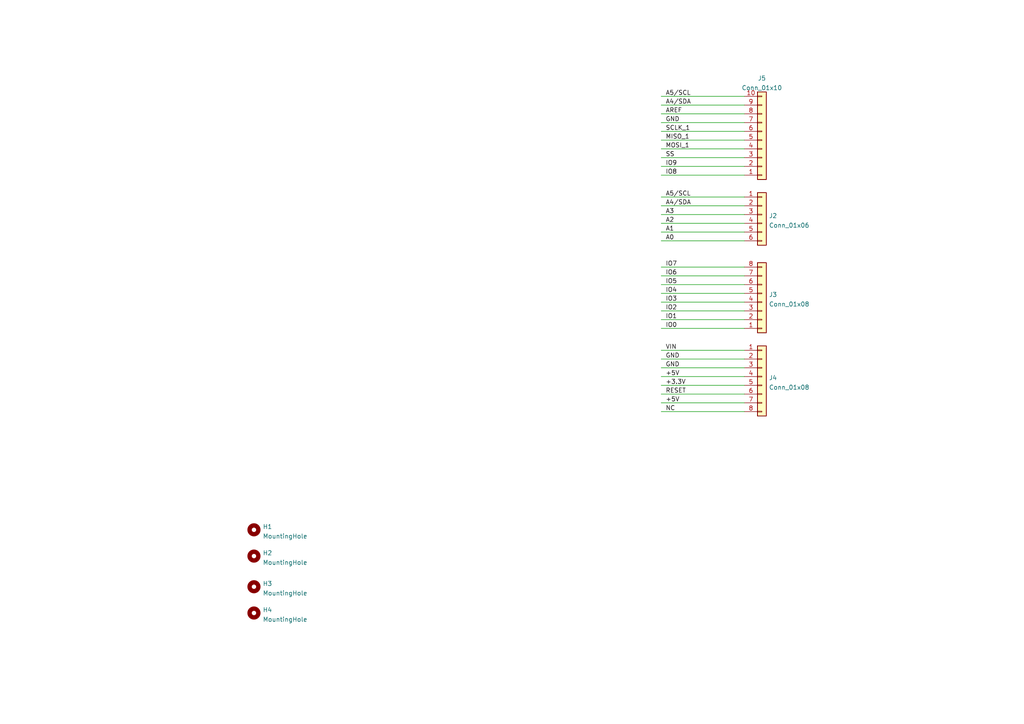
<source format=kicad_sch>
(kicad_sch (version 20211123) (generator eeschema)
  (paper "A4")
  (lib_symbols
    (symbol "Connector_Generic:Conn_01x06" (pin_names (offset 1.016) hide)
      (property "Reference" "J" (at 0 7.62 0))
      (property "Value" "Conn_01x06" (at 0 -10.16 0))
      (symbol "Conn_01x06_1_1"
        (rectangle (start -1.27 -7.493) (end 0 -7.747) (stroke (width 0.1524)))
        (rectangle (start -1.27 -4.953) (end 0 -5.207) (stroke (width 0.1524)))
        (rectangle (start -1.27 -2.413) (end 0 -2.667) (stroke (width 0.1524)))
        (rectangle (start -1.27 0.127) (end 0 -0.127) (stroke (width 0.1524)))
        (rectangle (start -1.27 2.667) (end 0 2.413) (stroke (width 0.1524)))
        (rectangle (start -1.27 5.207) (end 0 4.953) (stroke (width 0.1524)))
        (rectangle (start -1.27 6.35) (end 1.27 -8.89) (stroke (width 0.254)) (fill (type background)))
        (pin passive line (at -5.08 5.08 0) (length 3.81) (name "Pin_1") (number "1"))
        (pin passive line (at -5.08 2.54 0) (length 3.81) (name "Pin_2") (number "2"))
        (pin passive line (at -5.08 0 0) (length 3.81) (name "Pin_3") (number "3"))
        (pin passive line (at -5.08 -2.54 0) (length 3.81) (name "Pin_4") (number "4"))
        (pin passive line (at -5.08 -5.08 0) (length 3.81) (name "Pin_5") (number "5"))
        (pin passive line (at -5.08 -7.62 0) (length 3.81) (name "Pin_6") (number "6"))
      )
    )
    (symbol "Connector_Generic:Conn_01x08" (pin_names (offset 1.016) hide)
      (property "Reference" "J" (at 0 10.16 0))
      (property "Value" "Conn_01x08" (at 0 -12.7 0))
      (symbol "Conn_01x08_1_1"
        (rectangle (start -1.27 -10.033) (end 0 -10.287) (stroke (width 0.1524)))
        (rectangle (start -1.27 -7.493) (end 0 -7.747) (stroke (width 0.1524)))
        (rectangle (start -1.27 -4.953) (end 0 -5.207) (stroke (width 0.1524)))
        (rectangle (start -1.27 -2.413) (end 0 -2.667) (stroke (width 0.1524)))
        (rectangle (start -1.27 0.127) (end 0 -0.127) (stroke (width 0.1524)))
        (rectangle (start -1.27 2.667) (end 0 2.413) (stroke (width 0.1524)))
        (rectangle (start -1.27 5.207) (end 0 4.953) (stroke (width 0.1524)))
        (rectangle (start -1.27 7.747) (end 0 7.493) (stroke (width 0.1524)))
        (rectangle (start -1.27 8.89) (end 1.27 -11.43) (stroke (width 0.254)) (fill (type background)))
        (pin passive line (at -5.08 7.62 0) (length 3.81) (name "Pin_1") (number "1"))
        (pin passive line (at -5.08 5.08 0) (length 3.81) (name "Pin_2") (number "2"))
        (pin passive line (at -5.08 2.54 0) (length 3.81) (name "Pin_3") (number "3"))
        (pin passive line (at -5.08 0 0) (length 3.81) (name "Pin_4") (number "4"))
        (pin passive line (at -5.08 -2.54 0) (length 3.81) (name "Pin_5") (number "5"))
        (pin passive line (at -5.08 -5.08 0) (length 3.81) (name "Pin_6") (number "6"))
        (pin passive line (at -5.08 -7.62 0) (length 3.81) (name "Pin_7") (number "7"))
        (pin passive line (at -5.08 -10.16 0) (length 3.81) (name "Pin_8") (number "8"))
      )
    )
    (symbol "Connector_Generic:Conn_01x10" (pin_names (offset 1.016) hide)
      (property "Reference" "J" (at 0 12.7 0))
      (property "Value" "Conn_01x10" (at 0 -15.24 0))
      (symbol "Conn_01x10_1_1"
        (rectangle (start -1.27 -12.573) (end 0 -12.827) (stroke (width 0.1524)))
        (rectangle (start -1.27 -10.033) (end 0 -10.287) (stroke (width 0.1524)))
        (rectangle (start -1.27 -7.493) (end 0 -7.747) (stroke (width 0.1524)))
        (rectangle (start -1.27 -4.953) (end 0 -5.207) (stroke (width 0.1524)))
        (rectangle (start -1.27 -2.413) (end 0 -2.667) (stroke (width 0.1524)))
        (rectangle (start -1.27 0.127) (end 0 -0.127) (stroke (width 0.1524)))
        (rectangle (start -1.27 2.667) (end 0 2.413) (stroke (width 0.1524)))
        (rectangle (start -1.27 5.207) (end 0 4.953) (stroke (width 0.1524)))
        (rectangle (start -1.27 7.747) (end 0 7.493) (stroke (width 0.1524)))
        (rectangle (start -1.27 10.287) (end 0 10.033) (stroke (width 0.1524)))
        (rectangle (start -1.27 11.43) (end 1.27 -13.97) (stroke (width 0.254)) (fill (type background)))
        (pin passive line (at -5.08 10.16 0) (length 3.81) (name "Pin_1") (number "1"))
        (pin passive line (at -5.08 -12.7 0) (length 3.81) (name "Pin_10") (number "10"))
        (pin passive line (at -5.08 7.62 0) (length 3.81) (name "Pin_2") (number "2"))
        (pin passive line (at -5.08 5.08 0) (length 3.81) (name "Pin_3") (number "3"))
        (pin passive line (at -5.08 2.54 0) (length 3.81) (name "Pin_4") (number "4"))
        (pin passive line (at -5.08 0 0) (length 3.81) (name "Pin_5") (number "5"))
        (pin passive line (at -5.08 -2.54 0) (length 3.81) (name "Pin_6") (number "6"))
        (pin passive line (at -5.08 -5.08 0) (length 3.81) (name "Pin_7") (number "7"))
        (pin passive line (at -5.08 -7.62 0) (length 3.81) (name "Pin_8") (number "8"))
        (pin passive line (at -5.08 -10.16 0) (length 3.81) (name "Pin_9") (number "9"))
      )
    )
    (symbol "Mechanical:MountingHole" (pin_names (offset 1.016))
      (property "Reference" "H" (at 0 5.08 0))
      (property "Value" "MountingHole" (at 0 3.175 0))
      (symbol "MountingHole_0_1"
        (circle (center 0 0) (radius 1.27) (stroke (width 1.27)))
      )
    )
  )
  (wire (pts (xy 191.77 30.48) (xy 215.9 30.48)))
  (wire (pts (xy 191.77 114.3) (xy 215.9 114.3)))
  (wire (pts (xy 191.77 48.26) (xy 215.9 48.26)))
  (wire (pts (xy 191.77 45.72) (xy 215.9 45.72)))
  (wire (pts (xy 191.77 119.38) (xy 215.9 119.38)))
  (wire (pts (xy 191.77 80.01) (xy 215.9 80.01)))
  (wire (pts (xy 191.77 106.68) (xy 215.9 106.68)))
  (wire (pts (xy 191.77 87.63) (xy 215.9 87.63)))
  (wire (pts (xy 191.77 85.09) (xy 215.9 85.09)))
  (wire (pts (xy 191.77 67.31) (xy 215.9 67.31)))
  (wire (pts (xy 191.77 50.8) (xy 215.9 50.8)))
  (wire (pts (xy 191.77 64.77) (xy 215.9 64.77)))
  (wire (pts (xy 191.77 43.18) (xy 215.9 43.18)))
  (wire (pts (xy 191.77 35.56) (xy 215.9 35.56)))
  (wire (pts (xy 191.77 77.47) (xy 215.9 77.47)))
  (wire (pts (xy 191.77 57.15) (xy 215.9 57.15)))
  (wire (pts (xy 191.77 95.25) (xy 215.9 95.25)))
  (wire (pts (xy 191.77 40.64) (xy 215.9 40.64)))
  (wire (pts (xy 191.77 27.94) (xy 215.9 27.94)))
  (wire (pts (xy 191.77 82.55) (xy 215.9 82.55)))
  (wire (pts (xy 191.77 69.85) (xy 215.9 69.85)))
  (wire (pts (xy 191.77 116.84) (xy 215.9 116.84)))
  (wire (pts (xy 191.77 33.02) (xy 215.9 33.02)))
  (wire (pts (xy 191.77 109.22) (xy 215.9 109.22)))
  (wire (pts (xy 191.77 101.6) (xy 215.9 101.6)))
  (wire (pts (xy 191.77 111.76) (xy 215.9 111.76)))
  (wire (pts (xy 191.77 38.1) (xy 215.9 38.1)))
  (wire (pts (xy 191.77 104.14) (xy 215.9 104.14)))
  (wire (pts (xy 191.77 90.17) (xy 215.9 90.17)))
  (wire (pts (xy 191.77 62.23) (xy 215.9 62.23)))
  (wire (pts (xy 191.77 92.71) (xy 215.9 92.71)))
  (wire (pts (xy 191.77 59.69) (xy 215.9 59.69)))
  (label "IO9" (at 193.04 48.26 0))
  (label "A1" (at 193.04 67.31 0))
  (label "SS" (at 193.04 45.72 0))
  (label "MISO_1" (at 193.04 40.64 0))
  (label "+5V" (at 193.04 116.84 0))
  (label "MOSI_1" (at 193.04 43.18 0))
  (label "A5{slash}SCL" (at 193.04 57.15 0))
  (label "IO5" (at 193.04 82.55 0))
  (label "+5V" (at 193.04 109.22 0))
  (label "SCLK_1" (at 193.04 38.1 0))
  (label "A3" (at 193.04 62.23 0))
  (label "RESET" (at 193.04 114.3 0))
  (label "A4{slash}SDA" (at 193.04 30.48 0))
  (label "VIN" (at 193.04 101.6 0))
  (label "GND" (at 193.04 106.68 0))
  (label "A2" (at 193.04 64.77 0))
  (label "IO2" (at 193.04 90.17 0))
  (label "IO1" (at 193.04 92.71 0))
  (label "NC" (at 193.04 119.38 0))
  (label "IO4" (at 193.04 85.09 0))
  (label "A4{slash}SDA" (at 193.04 59.69 0))
  (label "A0" (at 193.04 69.85 0))
  (label "GND" (at 193.04 104.14 0))
  (label "IO7" (at 193.04 77.47 0))
  (label "IO6" (at 193.04 80.01 0))
  (label "IO0" (at 193.04 95.25 0))
  (label "AREF" (at 193.04 33.02 0))
  (label "A5{slash}SCL" (at 193.04 27.94 0))
  (label "GND" (at 193.04 35.56 0))
  (label "IO3" (at 193.04 87.63 0))
  (label "IO8" (at 193.04 50.8 0))
  (label "+3.3V" (at 193.04 111.76 0))
  (symbol (lib_id "Mechanical:MountingHole") (at 73.66 161.29 0) (unit 1)
    (property "Reference" "H2" (at 76.2 160.3815 0) (effects (justify left)))
    (property "Value" "MountingHole" (at 76.2 163.1566 0) (effects (justify left)))
  )
  (symbol (lib_id "Connector_Generic:Conn_01x06") (at 220.98 62.23 0) (unit 1)
    (property "Reference" "J2" (at 223.012 62.5915 0) (effects (justify left)))
    (property "Value" "Conn_01x06" (at 223.012 65.3666 0) (effects (justify left)))
    (property "Footprint" "Connector_PinHeader_1.27mm:PinHeader_1x06_P1.27mm_Vertical" (effects hide))
  )
  (symbol (lib_id "Connector_Generic:Conn_01x08") (at 220.98 109.22 0) (unit 1)
    (property "Reference" "J4" (at 223.012 109.5815 0) (effects (justify left)))
    (property "Value" "Conn_01x08" (at 223.012 112.3566 0) (effects (justify left)))
    (property "Footprint" "Connector_PinHeader_1.27mm:PinHeader_1x08_P1.27mm_Vertical" (effects hide))
  )
  (symbol (lib_id "Connector_Generic:Conn_01x10") (at 220.98 40.64 0) (mirror x) (unit 1)
    (property "Reference" "J5" (at 220.98 22.7035 0))
    (property "Value" "Conn_01x10" (at 220.98 25.4786 0))
    (property "Footprint" "Connector_PinHeader_1.27mm:PinHeader_1x10_P1.27mm_Vertical" (effects hide))
  )
  (symbol (lib_id "Mechanical:MountingHole") (at 73.66 153.67 0) (unit 1)
    (property "Reference" "H1" (at 76.2 152.7615 0) (effects (justify left)))
    (property "Value" "MountingHole" (at 76.2 155.5366 0) (effects (justify left)))
  )
  (symbol (lib_id "Connector_Generic:Conn_01x08") (at 220.98 87.63 0) (mirror x) (unit 1)
    (property "Reference" "J3" (at 223.012 85.4515 0) (effects (justify left)))
    (property "Value" "Conn_01x08" (at 223.012 88.2266 0) (effects (justify left)))
    (property "Footprint" "Connector_PinHeader_1.27mm:PinHeader_1x08_P1.27mm_Vertical" (effects hide))
  )
  (symbol (lib_id "Mechanical:MountingHole") (at 73.66 177.8 0) (unit 1)
    (property "Reference" "H4" (at 76.2 176.8915 0) (effects (justify left)))
    (property "Value" "MountingHole" (at 76.2 179.6666 0) (effects (justify left)))
  )
  (symbol (lib_id "Mechanical:MountingHole") (at 73.66 170.18 0) (unit 1)
    (property "Reference" "H3" (at 76.2 169.2715 0) (effects (justify left)))
    (property "Value" "MountingHole" (at 76.2 172.0466 0) (effects (justify left)))
  )
)
</source>
